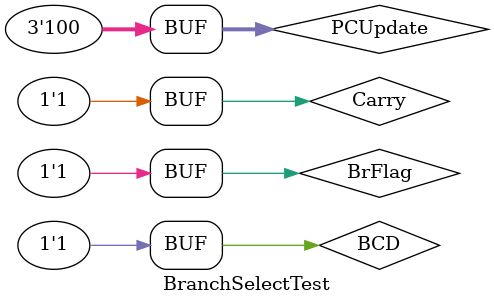
<source format=v>
`timescale 1ns / 1ps


module BranchSelectTest;

	// Inputs
	reg Carry;
	reg BCD;
	reg BrFlag;
	reg [2:0] PCUpdate;

	// Outputs
	wire [1:0] PCSel;

	// Instantiate the Unit Under Test (UUT)
	BranchSelect uut (
		.Carry(Carry), 
		.BCD(BCD), 
		.BrFlag(BrFlag), 
		.PCUpdate(PCUpdate), 
		.PCSel(PCSel)
	);

	initial begin
		// Initialize Inputs
		Carry = 0;
		BCD = 0;
		BrFlag = 0;
		PCUpdate = 0;

		// Wait 100 ns for global reset to finish
		#100;
	end
	
	initial
		begin
		Carry = 1'b0; BCD = 1'b0; BrFlag = 1'b1; PCUpdate = 3'b000;  
		#10; Carry = 1'b0; BCD = 1'b0; BrFlag = 1'b1; PCUpdate = 3'b001;
		#10; Carry = 1'b0; BCD = 1'b0; BrFlag = 1'b1; PCUpdate = 3'b010;
		#10; Carry = 1'b1; BCD = 1'b0; BrFlag = 1'b1; PCUpdate = 3'b010;
		#10; Carry = 1'b0; BCD = 1'b1; BrFlag = 1'b1; PCUpdate = 3'b010;
      	#10; Carry = 1'b1; BCD = 1'b1; BrFlag = 1'b1; PCUpdate = 3'b010;
		#10; Carry = 1'b0; BCD = 1'b0; BrFlag = 1'b1; PCUpdate = 3'b011; 
		#10; Carry = 1'b1; BCD = 1'b1; BrFlag = 1'b1; PCUpdate = 3'b100;
		end
      
endmodule


</source>
